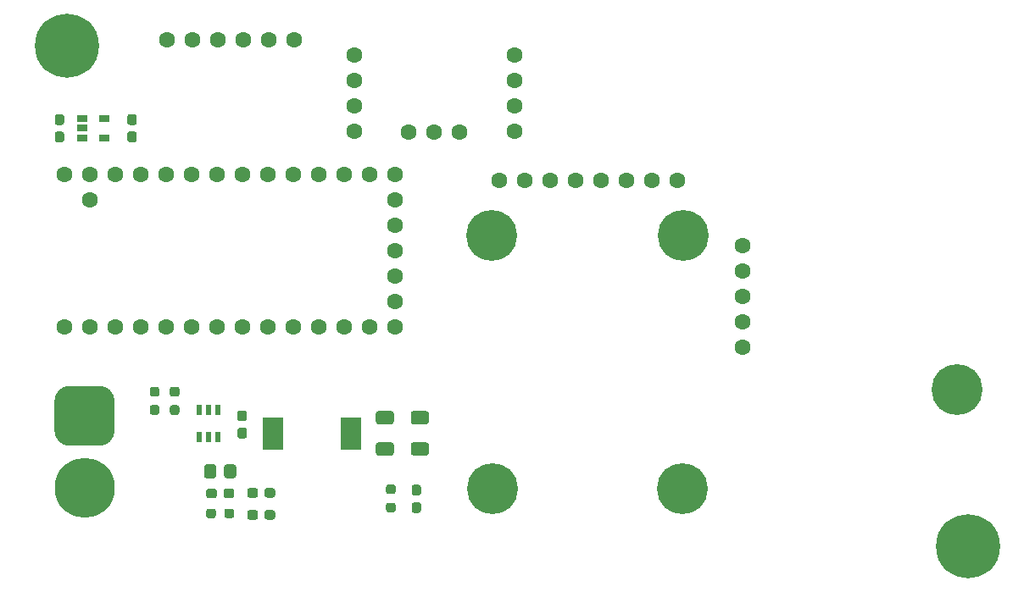
<source format=gbr>
%TF.GenerationSoftware,KiCad,Pcbnew,5.1.10-88a1d61d58~88~ubuntu18.04.1*%
%TF.CreationDate,2021-05-26T13:38:31+10:00*%
%TF.ProjectId,prototype_rocket_fc,70726f74-6f74-4797-9065-5f726f636b65,rev?*%
%TF.SameCoordinates,Original*%
%TF.FileFunction,Soldermask,Top*%
%TF.FilePolarity,Negative*%
%FSLAX46Y46*%
G04 Gerber Fmt 4.6, Leading zero omitted, Abs format (unit mm)*
G04 Created by KiCad (PCBNEW 5.1.10-88a1d61d58~88~ubuntu18.04.1) date 2021-05-26 13:38:31*
%MOMM*%
%LPD*%
G01*
G04 APERTURE LIST*
%ADD10C,0.800000*%
%ADD11C,6.400000*%
%ADD12C,1.600000*%
%ADD13C,5.080000*%
%ADD14R,2.000000X3.200000*%
%ADD15R,0.599999X1.000001*%
%ADD16R,1.060000X0.650000*%
%ADD17C,6.000000*%
G04 APERTURE END LIST*
D10*
%TO.C,H2*%
X131697056Y-88302944D03*
X130000000Y-87600000D03*
X128302944Y-88302944D03*
X127600000Y-90000000D03*
X128302944Y-91697056D03*
X130000000Y-92400000D03*
X131697056Y-91697056D03*
X132400000Y-90000000D03*
D11*
X130000000Y-90000000D03*
%TD*%
D10*
%TO.C,H1*%
X41697056Y-38302944D03*
X40000000Y-37600000D03*
X38302944Y-38302944D03*
X37600000Y-40000000D03*
X38302944Y-41697056D03*
X40000000Y-42400000D03*
X41697056Y-41697056D03*
X42400000Y-40000000D03*
D11*
X40000000Y-40000000D03*
%TD*%
%TO.C,R5*%
G36*
G01*
X72112500Y-85680000D02*
X72587500Y-85680000D01*
G75*
G02*
X72825000Y-85917500I0J-237500D01*
G01*
X72825000Y-86417500D01*
G75*
G02*
X72587500Y-86655000I-237500J0D01*
G01*
X72112500Y-86655000D01*
G75*
G02*
X71875000Y-86417500I0J237500D01*
G01*
X71875000Y-85917500D01*
G75*
G02*
X72112500Y-85680000I237500J0D01*
G01*
G37*
G36*
G01*
X72112500Y-83855000D02*
X72587500Y-83855000D01*
G75*
G02*
X72825000Y-84092500I0J-237500D01*
G01*
X72825000Y-84592500D01*
G75*
G02*
X72587500Y-84830000I-237500J0D01*
G01*
X72112500Y-84830000D01*
G75*
G02*
X71875000Y-84592500I0J237500D01*
G01*
X71875000Y-84092500D01*
G75*
G02*
X72112500Y-83855000I237500J0D01*
G01*
G37*
%TD*%
%TO.C,D1*%
G36*
G01*
X74662500Y-85650000D02*
X75137500Y-85650000D01*
G75*
G02*
X75375000Y-85887500I0J-237500D01*
G01*
X75375000Y-86462500D01*
G75*
G02*
X75137500Y-86700000I-237500J0D01*
G01*
X74662500Y-86700000D01*
G75*
G02*
X74425000Y-86462500I0J237500D01*
G01*
X74425000Y-85887500D01*
G75*
G02*
X74662500Y-85650000I237500J0D01*
G01*
G37*
G36*
G01*
X74662500Y-83900000D02*
X75137500Y-83900000D01*
G75*
G02*
X75375000Y-84137500I0J-237500D01*
G01*
X75375000Y-84712500D01*
G75*
G02*
X75137500Y-84950000I-237500J0D01*
G01*
X74662500Y-84950000D01*
G75*
G02*
X74425000Y-84712500I0J237500D01*
G01*
X74425000Y-84137500D01*
G75*
G02*
X74662500Y-83900000I237500J0D01*
G01*
G37*
%TD*%
D12*
%TO.C,U1*%
X98435000Y-53460000D03*
X100975000Y-53460000D03*
X93355000Y-53460000D03*
X95895000Y-53460000D03*
X88275000Y-53460000D03*
X90815000Y-53460000D03*
X83195000Y-53460000D03*
X85735000Y-53460000D03*
D13*
X101475000Y-84270000D03*
X82525000Y-84270000D03*
X101575000Y-58930000D03*
X82425000Y-58930000D03*
%TD*%
D12*
%TO.C,U2*%
X72760000Y-60500000D03*
X72760000Y-57960000D03*
X72760000Y-55420000D03*
X72760000Y-52880000D03*
X72760000Y-63040000D03*
X72760000Y-65580000D03*
X72760000Y-68120000D03*
X70220000Y-52880000D03*
X67680000Y-52880000D03*
X65140000Y-52880000D03*
X62600000Y-52880000D03*
X60060000Y-52880000D03*
X57520000Y-52880000D03*
X54980000Y-52880000D03*
X52440000Y-52880000D03*
X49900000Y-52880000D03*
X47360000Y-52880000D03*
X44820000Y-52880000D03*
X42280000Y-52880000D03*
X39740000Y-52880000D03*
X42280000Y-55420000D03*
X70220000Y-68120000D03*
X67680000Y-68120000D03*
X65140000Y-68120000D03*
X62600000Y-68120000D03*
X60060000Y-68120000D03*
X57520000Y-68120000D03*
X54980000Y-68120000D03*
X52440000Y-68120000D03*
X49900000Y-68120000D03*
X47360000Y-68120000D03*
X44820000Y-68120000D03*
X42280000Y-68120000D03*
X39740000Y-68120000D03*
%TD*%
%TO.C,C1*%
G36*
G01*
X59725000Y-87137500D02*
X59725000Y-86662500D01*
G75*
G02*
X59962500Y-86425000I237500J0D01*
G01*
X60562500Y-86425000D01*
G75*
G02*
X60800000Y-86662500I0J-237500D01*
G01*
X60800000Y-87137500D01*
G75*
G02*
X60562500Y-87375000I-237500J0D01*
G01*
X59962500Y-87375000D01*
G75*
G02*
X59725000Y-87137500I0J237500D01*
G01*
G37*
G36*
G01*
X58000000Y-87137500D02*
X58000000Y-86662500D01*
G75*
G02*
X58237500Y-86425000I237500J0D01*
G01*
X58837500Y-86425000D01*
G75*
G02*
X59075000Y-86662500I0J-237500D01*
G01*
X59075000Y-87137500D01*
G75*
G02*
X58837500Y-87375000I-237500J0D01*
G01*
X58237500Y-87375000D01*
G75*
G02*
X58000000Y-87137500I0J237500D01*
G01*
G37*
%TD*%
%TO.C,C2*%
G36*
G01*
X58000000Y-84937500D02*
X58000000Y-84462500D01*
G75*
G02*
X58237500Y-84225000I237500J0D01*
G01*
X58837500Y-84225000D01*
G75*
G02*
X59075000Y-84462500I0J-237500D01*
G01*
X59075000Y-84937500D01*
G75*
G02*
X58837500Y-85175000I-237500J0D01*
G01*
X58237500Y-85175000D01*
G75*
G02*
X58000000Y-84937500I0J237500D01*
G01*
G37*
G36*
G01*
X59725000Y-84937500D02*
X59725000Y-84462500D01*
G75*
G02*
X59962500Y-84225000I237500J0D01*
G01*
X60562500Y-84225000D01*
G75*
G02*
X60800000Y-84462500I0J-237500D01*
G01*
X60800000Y-84937500D01*
G75*
G02*
X60562500Y-85175000I-237500J0D01*
G01*
X59962500Y-85175000D01*
G75*
G02*
X59725000Y-84937500I0J237500D01*
G01*
G37*
%TD*%
%TO.C,C3*%
G36*
G01*
X56700000Y-84512500D02*
X56700000Y-84987500D01*
G75*
G02*
X56462500Y-85225000I-237500J0D01*
G01*
X55862500Y-85225000D01*
G75*
G02*
X55625000Y-84987500I0J237500D01*
G01*
X55625000Y-84512500D01*
G75*
G02*
X55862500Y-84275000I237500J0D01*
G01*
X56462500Y-84275000D01*
G75*
G02*
X56700000Y-84512500I0J-237500D01*
G01*
G37*
G36*
G01*
X54975000Y-84512500D02*
X54975000Y-84987500D01*
G75*
G02*
X54737500Y-85225000I-237500J0D01*
G01*
X54137500Y-85225000D01*
G75*
G02*
X53900000Y-84987500I0J237500D01*
G01*
X53900000Y-84512500D01*
G75*
G02*
X54137500Y-84275000I237500J0D01*
G01*
X54737500Y-84275000D01*
G75*
G02*
X54975000Y-84512500I0J-237500D01*
G01*
G37*
%TD*%
%TO.C,C4*%
G36*
G01*
X57737500Y-77537500D02*
X57262500Y-77537500D01*
G75*
G02*
X57025000Y-77300000I0J237500D01*
G01*
X57025000Y-76700000D01*
G75*
G02*
X57262500Y-76462500I237500J0D01*
G01*
X57737500Y-76462500D01*
G75*
G02*
X57975000Y-76700000I0J-237500D01*
G01*
X57975000Y-77300000D01*
G75*
G02*
X57737500Y-77537500I-237500J0D01*
G01*
G37*
G36*
G01*
X57737500Y-79262500D02*
X57262500Y-79262500D01*
G75*
G02*
X57025000Y-79025000I0J237500D01*
G01*
X57025000Y-78425000D01*
G75*
G02*
X57262500Y-78187500I237500J0D01*
G01*
X57737500Y-78187500D01*
G75*
G02*
X57975000Y-78425000I0J-237500D01*
G01*
X57975000Y-79025000D01*
G75*
G02*
X57737500Y-79262500I-237500J0D01*
G01*
G37*
%TD*%
%TO.C,C5*%
G36*
G01*
X75900002Y-80975000D02*
X74599998Y-80975000D01*
G75*
G02*
X74350000Y-80725002I0J249998D01*
G01*
X74350000Y-79899998D01*
G75*
G02*
X74599998Y-79650000I249998J0D01*
G01*
X75900002Y-79650000D01*
G75*
G02*
X76150000Y-79899998I0J-249998D01*
G01*
X76150000Y-80725002D01*
G75*
G02*
X75900002Y-80975000I-249998J0D01*
G01*
G37*
G36*
G01*
X75900002Y-77850000D02*
X74599998Y-77850000D01*
G75*
G02*
X74350000Y-77600002I0J249998D01*
G01*
X74350000Y-76774998D01*
G75*
G02*
X74599998Y-76525000I249998J0D01*
G01*
X75900002Y-76525000D01*
G75*
G02*
X76150000Y-76774998I0J-249998D01*
G01*
X76150000Y-77600002D01*
G75*
G02*
X75900002Y-77850000I-249998J0D01*
G01*
G37*
%TD*%
%TO.C,C6*%
G36*
G01*
X72400002Y-77850000D02*
X71099998Y-77850000D01*
G75*
G02*
X70850000Y-77600002I0J249998D01*
G01*
X70850000Y-76774998D01*
G75*
G02*
X71099998Y-76525000I249998J0D01*
G01*
X72400002Y-76525000D01*
G75*
G02*
X72650000Y-76774998I0J-249998D01*
G01*
X72650000Y-77600002D01*
G75*
G02*
X72400002Y-77850000I-249998J0D01*
G01*
G37*
G36*
G01*
X72400002Y-80975000D02*
X71099998Y-80975000D01*
G75*
G02*
X70850000Y-80725002I0J249998D01*
G01*
X70850000Y-79899998D01*
G75*
G02*
X71099998Y-79650000I249998J0D01*
G01*
X72400002Y-79650000D01*
G75*
G02*
X72650000Y-79899998I0J-249998D01*
G01*
X72650000Y-80725002D01*
G75*
G02*
X72400002Y-80975000I-249998J0D01*
G01*
G37*
%TD*%
%TO.C,C7*%
G36*
G01*
X39012500Y-46850000D02*
X39487500Y-46850000D01*
G75*
G02*
X39725000Y-47087500I0J-237500D01*
G01*
X39725000Y-47687500D01*
G75*
G02*
X39487500Y-47925000I-237500J0D01*
G01*
X39012500Y-47925000D01*
G75*
G02*
X38775000Y-47687500I0J237500D01*
G01*
X38775000Y-47087500D01*
G75*
G02*
X39012500Y-46850000I237500J0D01*
G01*
G37*
G36*
G01*
X39012500Y-48575000D02*
X39487500Y-48575000D01*
G75*
G02*
X39725000Y-48812500I0J-237500D01*
G01*
X39725000Y-49412500D01*
G75*
G02*
X39487500Y-49650000I-237500J0D01*
G01*
X39012500Y-49650000D01*
G75*
G02*
X38775000Y-49412500I0J237500D01*
G01*
X38775000Y-48812500D01*
G75*
G02*
X39012500Y-48575000I237500J0D01*
G01*
G37*
%TD*%
%TO.C,C8*%
G36*
G01*
X46262500Y-48575000D02*
X46737500Y-48575000D01*
G75*
G02*
X46975000Y-48812500I0J-237500D01*
G01*
X46975000Y-49412500D01*
G75*
G02*
X46737500Y-49650000I-237500J0D01*
G01*
X46262500Y-49650000D01*
G75*
G02*
X46025000Y-49412500I0J237500D01*
G01*
X46025000Y-48812500D01*
G75*
G02*
X46262500Y-48575000I237500J0D01*
G01*
G37*
G36*
G01*
X46262500Y-46850000D02*
X46737500Y-46850000D01*
G75*
G02*
X46975000Y-47087500I0J-237500D01*
G01*
X46975000Y-47687500D01*
G75*
G02*
X46737500Y-47925000I-237500J0D01*
G01*
X46262500Y-47925000D01*
G75*
G02*
X46025000Y-47687500I0J237500D01*
G01*
X46025000Y-47087500D01*
G75*
G02*
X46262500Y-46850000I237500J0D01*
G01*
G37*
%TD*%
D14*
%TO.C,L1*%
X60600000Y-78800000D03*
X68400000Y-78800000D03*
%TD*%
%TO.C,R1*%
G36*
G01*
X56900000Y-82099999D02*
X56900000Y-83000001D01*
G75*
G02*
X56650001Y-83250000I-249999J0D01*
G01*
X55949999Y-83250000D01*
G75*
G02*
X55700000Y-83000001I0J249999D01*
G01*
X55700000Y-82099999D01*
G75*
G02*
X55949999Y-81850000I249999J0D01*
G01*
X56650001Y-81850000D01*
G75*
G02*
X56900000Y-82099999I0J-249999D01*
G01*
G37*
G36*
G01*
X54900000Y-82099999D02*
X54900000Y-83000001D01*
G75*
G02*
X54650001Y-83250000I-249999J0D01*
G01*
X53949999Y-83250000D01*
G75*
G02*
X53700000Y-83000001I0J249999D01*
G01*
X53700000Y-82099999D01*
G75*
G02*
X53949999Y-81850000I249999J0D01*
G01*
X54650001Y-81850000D01*
G75*
G02*
X54900000Y-82099999I0J-249999D01*
G01*
G37*
%TD*%
%TO.C,R2*%
G36*
G01*
X56700000Y-86512500D02*
X56700000Y-86987500D01*
G75*
G02*
X56462500Y-87225000I-237500J0D01*
G01*
X55962500Y-87225000D01*
G75*
G02*
X55725000Y-86987500I0J237500D01*
G01*
X55725000Y-86512500D01*
G75*
G02*
X55962500Y-86275000I237500J0D01*
G01*
X56462500Y-86275000D01*
G75*
G02*
X56700000Y-86512500I0J-237500D01*
G01*
G37*
G36*
G01*
X54875000Y-86512500D02*
X54875000Y-86987500D01*
G75*
G02*
X54637500Y-87225000I-237500J0D01*
G01*
X54137500Y-87225000D01*
G75*
G02*
X53900000Y-86987500I0J237500D01*
G01*
X53900000Y-86512500D01*
G75*
G02*
X54137500Y-86275000I237500J0D01*
G01*
X54637500Y-86275000D01*
G75*
G02*
X54875000Y-86512500I0J-237500D01*
G01*
G37*
%TD*%
%TO.C,R3*%
G36*
G01*
X48512500Y-74100000D02*
X48987500Y-74100000D01*
G75*
G02*
X49225000Y-74337500I0J-237500D01*
G01*
X49225000Y-74837500D01*
G75*
G02*
X48987500Y-75075000I-237500J0D01*
G01*
X48512500Y-75075000D01*
G75*
G02*
X48275000Y-74837500I0J237500D01*
G01*
X48275000Y-74337500D01*
G75*
G02*
X48512500Y-74100000I237500J0D01*
G01*
G37*
G36*
G01*
X48512500Y-75925000D02*
X48987500Y-75925000D01*
G75*
G02*
X49225000Y-76162500I0J-237500D01*
G01*
X49225000Y-76662500D01*
G75*
G02*
X48987500Y-76900000I-237500J0D01*
G01*
X48512500Y-76900000D01*
G75*
G02*
X48275000Y-76662500I0J237500D01*
G01*
X48275000Y-76162500D01*
G75*
G02*
X48512500Y-75925000I237500J0D01*
G01*
G37*
%TD*%
%TO.C,R4*%
G36*
G01*
X50987500Y-75075000D02*
X50512500Y-75075000D01*
G75*
G02*
X50275000Y-74837500I0J237500D01*
G01*
X50275000Y-74337500D01*
G75*
G02*
X50512500Y-74100000I237500J0D01*
G01*
X50987500Y-74100000D01*
G75*
G02*
X51225000Y-74337500I0J-237500D01*
G01*
X51225000Y-74837500D01*
G75*
G02*
X50987500Y-75075000I-237500J0D01*
G01*
G37*
G36*
G01*
X50987500Y-76900000D02*
X50512500Y-76900000D01*
G75*
G02*
X50275000Y-76662500I0J237500D01*
G01*
X50275000Y-76162500D01*
G75*
G02*
X50512500Y-75925000I237500J0D01*
G01*
X50987500Y-75925000D01*
G75*
G02*
X51225000Y-76162500I0J-237500D01*
G01*
X51225000Y-76662500D01*
G75*
G02*
X50987500Y-76900000I-237500J0D01*
G01*
G37*
%TD*%
D12*
%TO.C,U3*%
X50000000Y-39390000D03*
X52540000Y-39390000D03*
X55080000Y-39390000D03*
X57620000Y-39390000D03*
X60160000Y-39390000D03*
X62700000Y-39390000D03*
%TD*%
%TO.C,U4*%
X107480000Y-59980000D03*
X107480000Y-67600000D03*
X107480000Y-62520000D03*
X107480000Y-65060000D03*
X107480000Y-70140000D03*
D13*
X128940000Y-74360000D03*
%TD*%
D12*
%TO.C,U5*%
X68730000Y-40970000D03*
X68730000Y-43510000D03*
X68730000Y-46050000D03*
X68730000Y-48590000D03*
X84670000Y-40970000D03*
X84670000Y-43510000D03*
X84670000Y-46050000D03*
X84670000Y-48590000D03*
X74160000Y-48640000D03*
X76700000Y-48640000D03*
X79240000Y-48640000D03*
%TD*%
D15*
%TO.C,U6*%
X55100001Y-76374999D03*
X54150000Y-76374999D03*
X53200002Y-76374999D03*
X53200002Y-79124999D03*
X54150000Y-79124999D03*
X55100001Y-79124999D03*
%TD*%
D16*
%TO.C,U7*%
X41500000Y-47300000D03*
X41500000Y-48250000D03*
X41500000Y-49200000D03*
X43700000Y-49200000D03*
X43700000Y-47300000D03*
%TD*%
D17*
%TO.C,J1*%
X41750000Y-84200000D03*
G36*
G01*
X40250000Y-74000000D02*
X43250000Y-74000000D01*
G75*
G02*
X44750000Y-75500000I0J-1500000D01*
G01*
X44750000Y-78500000D01*
G75*
G02*
X43250000Y-80000000I-1500000J0D01*
G01*
X40250000Y-80000000D01*
G75*
G02*
X38750000Y-78500000I0J1500000D01*
G01*
X38750000Y-75500000D01*
G75*
G02*
X40250000Y-74000000I1500000J0D01*
G01*
G37*
%TD*%
M02*

</source>
